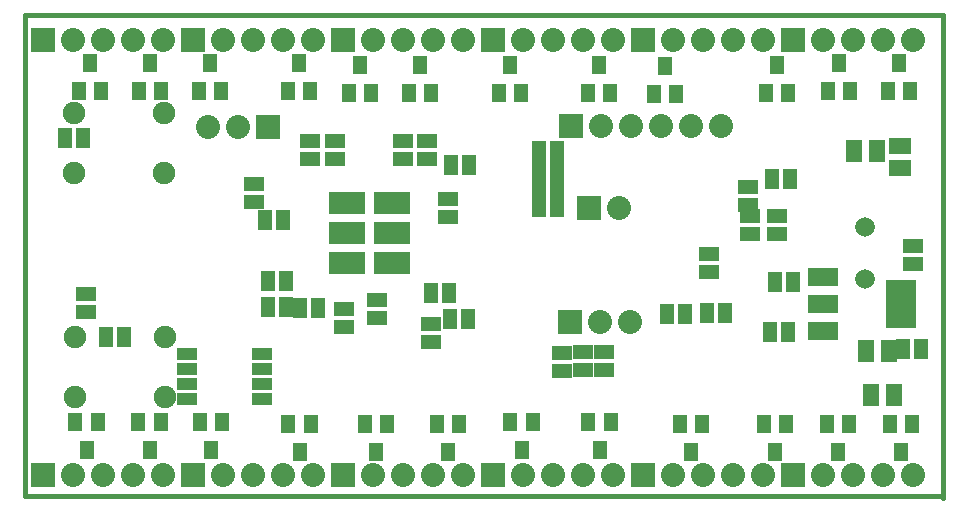
<source format=gbs>
G04 (created by PCBNEW-RS274X (2012-01-19 BZR 3256)-stable) date Tue 07 Aug 2012 08:30:04 PM COT*
G01*
G70*
G90*
%MOIN*%
G04 Gerber Fmt 3.4, Leading zero omitted, Abs format*
%FSLAX34Y34*%
G04 APERTURE LIST*
%ADD10C,0.006000*%
%ADD11C,0.015000*%
%ADD12R,0.080000X0.080000*%
%ADD13C,0.080000*%
%ADD14C,0.075000*%
%ADD15R,0.100000X0.164000*%
%ADD16R,0.100000X0.060000*%
%ADD17R,0.065000X0.045000*%
%ADD18R,0.045000X0.065000*%
%ADD19R,0.055000X0.075000*%
%ADD20R,0.075000X0.055000*%
%ADD21R,0.120000X0.075000*%
%ADD22R,0.065000X0.040000*%
%ADD23R,0.051000X0.059000*%
%ADD24C,0.065400*%
G04 APERTURE END LIST*
G54D10*
G54D11*
X39400Y-34450D02*
X39400Y-18400D01*
X70000Y-34450D02*
X39400Y-34450D01*
X70000Y-34400D02*
X70000Y-34450D01*
X70000Y-34500D02*
X70000Y-34400D01*
X70000Y-34400D02*
X70000Y-34500D01*
X70000Y-18400D02*
X70000Y-34400D01*
X39400Y-18400D02*
X70000Y-18400D01*
G54D12*
X47475Y-22150D03*
G54D13*
X46475Y-22150D03*
X45475Y-22150D03*
G54D14*
X41069Y-31157D03*
X41069Y-29157D03*
X44069Y-31157D03*
X44069Y-29157D03*
X44020Y-21697D03*
X44020Y-23697D03*
X41020Y-21697D03*
X41020Y-23697D03*
G54D15*
X68574Y-28061D03*
G54D16*
X65974Y-28061D03*
X65974Y-27161D03*
X65974Y-28961D03*
G54D17*
X41427Y-27722D03*
X41427Y-28322D03*
X52800Y-22625D03*
X52800Y-23225D03*
G54D18*
X52925Y-27675D03*
X53525Y-27675D03*
X48550Y-28175D03*
X49150Y-28175D03*
G54D17*
X47030Y-24640D03*
X47030Y-24040D03*
G54D18*
X48080Y-28150D03*
X47480Y-28150D03*
X47475Y-27275D03*
X48075Y-27275D03*
G54D17*
X51975Y-22625D03*
X51975Y-23225D03*
G54D18*
X47397Y-25256D03*
X47997Y-25256D03*
G54D17*
X50025Y-28825D03*
X50025Y-28225D03*
X48875Y-22625D03*
X48875Y-23225D03*
X52925Y-29325D03*
X52925Y-28725D03*
G54D18*
X54158Y-28533D03*
X53558Y-28533D03*
G54D17*
X53500Y-25150D03*
X53500Y-24550D03*
X49725Y-22625D03*
X49725Y-23225D03*
G54D18*
X54175Y-23425D03*
X53575Y-23425D03*
G54D17*
X51125Y-27925D03*
X51125Y-28525D03*
G54D19*
X67600Y-31075D03*
X68350Y-31075D03*
G54D20*
X68550Y-22775D03*
X68550Y-23525D03*
G54D19*
X67025Y-22950D03*
X67775Y-22950D03*
X68175Y-29600D03*
X67425Y-29600D03*
G54D17*
X64449Y-25713D03*
X64449Y-25113D03*
X63563Y-25723D03*
X63563Y-25123D03*
X69000Y-26700D03*
X69000Y-26100D03*
X62175Y-26383D03*
X62175Y-26983D03*
G54D18*
X64808Y-28996D03*
X64208Y-28996D03*
X64275Y-23875D03*
X64875Y-23875D03*
X62725Y-28350D03*
X62125Y-28350D03*
X60800Y-28375D03*
X61400Y-28375D03*
G54D21*
X51625Y-24675D03*
X51625Y-25675D03*
X51625Y-26675D03*
X50125Y-26675D03*
X50125Y-25675D03*
X50125Y-24675D03*
G54D18*
X65005Y-27323D03*
X64405Y-27323D03*
G54D12*
X60000Y-33750D03*
G54D13*
X61000Y-33750D03*
X62000Y-33750D03*
X63000Y-33750D03*
X64000Y-33750D03*
G54D12*
X55000Y-33750D03*
G54D13*
X56000Y-33750D03*
X57000Y-33750D03*
X58000Y-33750D03*
X59000Y-33750D03*
G54D12*
X50000Y-33750D03*
G54D13*
X51000Y-33750D03*
X52000Y-33750D03*
X53000Y-33750D03*
X54000Y-33750D03*
G54D12*
X45000Y-33750D03*
G54D13*
X46000Y-33750D03*
X47000Y-33750D03*
X48000Y-33750D03*
X49000Y-33750D03*
G54D12*
X40000Y-33750D03*
G54D13*
X41000Y-33750D03*
X42000Y-33750D03*
X43000Y-33750D03*
X44000Y-33750D03*
G54D12*
X45000Y-19250D03*
G54D13*
X46000Y-19250D03*
X47000Y-19250D03*
X48000Y-19250D03*
X49000Y-19250D03*
G54D12*
X40000Y-19250D03*
G54D13*
X41000Y-19250D03*
X42000Y-19250D03*
X43000Y-19250D03*
X44000Y-19250D03*
G54D12*
X65000Y-19250D03*
G54D13*
X66000Y-19250D03*
X67000Y-19250D03*
X68000Y-19250D03*
X69000Y-19250D03*
G54D12*
X60000Y-19250D03*
G54D13*
X61000Y-19250D03*
X62000Y-19250D03*
X63000Y-19250D03*
X64000Y-19250D03*
G54D12*
X55000Y-19250D03*
G54D13*
X56000Y-19250D03*
X57000Y-19250D03*
X58000Y-19250D03*
X59000Y-19250D03*
G54D22*
X44800Y-29700D03*
X44800Y-30200D03*
X44800Y-30700D03*
X44800Y-31200D03*
X47300Y-31200D03*
X47300Y-30700D03*
X47300Y-30200D03*
X47300Y-29700D03*
G54D12*
X65000Y-33750D03*
G54D13*
X66000Y-33750D03*
X67000Y-33750D03*
X68000Y-33750D03*
X69000Y-33750D03*
G54D12*
X50000Y-19250D03*
G54D13*
X51000Y-19250D03*
X52000Y-19250D03*
X53000Y-19250D03*
X54000Y-19250D03*
G54D12*
X57550Y-28650D03*
G54D13*
X58550Y-28650D03*
X59550Y-28650D03*
G54D23*
X60350Y-21040D03*
X61090Y-21040D03*
X60720Y-20100D03*
X64090Y-21010D03*
X64830Y-21010D03*
X64460Y-20070D03*
X66140Y-20960D03*
X66880Y-20960D03*
X66510Y-20020D03*
X68140Y-20960D03*
X68880Y-20960D03*
X68510Y-20020D03*
X50190Y-21010D03*
X50930Y-21010D03*
X50560Y-20070D03*
X52190Y-21010D03*
X52930Y-21010D03*
X52560Y-20070D03*
X55190Y-21010D03*
X55930Y-21010D03*
X55560Y-20070D03*
X58140Y-21010D03*
X58880Y-21010D03*
X58510Y-20070D03*
G54D18*
X42080Y-29140D03*
X42680Y-29140D03*
G54D17*
X63500Y-24150D03*
X63500Y-24750D03*
G54D18*
X40725Y-22525D03*
X41325Y-22525D03*
X56510Y-24190D03*
X57110Y-24190D03*
X56510Y-22950D03*
X57110Y-22950D03*
X56510Y-23560D03*
X57110Y-23560D03*
X56510Y-24820D03*
X57110Y-24820D03*
G54D23*
X41190Y-20960D03*
X41930Y-20960D03*
X41560Y-20020D03*
X43190Y-20960D03*
X43930Y-20960D03*
X43560Y-20020D03*
X45190Y-20960D03*
X45930Y-20960D03*
X45560Y-20020D03*
X48140Y-20960D03*
X48880Y-20960D03*
X48510Y-20020D03*
X41810Y-31990D03*
X41070Y-31990D03*
X41440Y-32930D03*
X51460Y-32040D03*
X50720Y-32040D03*
X51090Y-32980D03*
X61960Y-32040D03*
X61220Y-32040D03*
X61590Y-32980D03*
X43910Y-31990D03*
X43170Y-31990D03*
X43540Y-32930D03*
X53860Y-32040D03*
X53120Y-32040D03*
X53490Y-32980D03*
X64760Y-32040D03*
X64020Y-32040D03*
X64390Y-32980D03*
X45960Y-31990D03*
X45220Y-31990D03*
X45590Y-32930D03*
X56310Y-31990D03*
X55570Y-31990D03*
X55940Y-32930D03*
X66860Y-32040D03*
X66120Y-32040D03*
X66490Y-32980D03*
X48910Y-32040D03*
X48170Y-32040D03*
X48540Y-32980D03*
X58910Y-31990D03*
X58170Y-31990D03*
X58540Y-32930D03*
X68960Y-32040D03*
X68220Y-32040D03*
X68590Y-32980D03*
G54D12*
X58200Y-24850D03*
G54D13*
X59200Y-24850D03*
G54D12*
X57600Y-22100D03*
G54D13*
X58600Y-22100D03*
X59600Y-22100D03*
X60600Y-22100D03*
X61600Y-22100D03*
X62600Y-22100D03*
G54D17*
X58675Y-30250D03*
X58675Y-29650D03*
X57975Y-30250D03*
X57975Y-29650D03*
X57300Y-30275D03*
X57300Y-29675D03*
G54D18*
X68650Y-29550D03*
X69250Y-29550D03*
G54D24*
X67394Y-25484D03*
X67394Y-27216D03*
M02*

</source>
